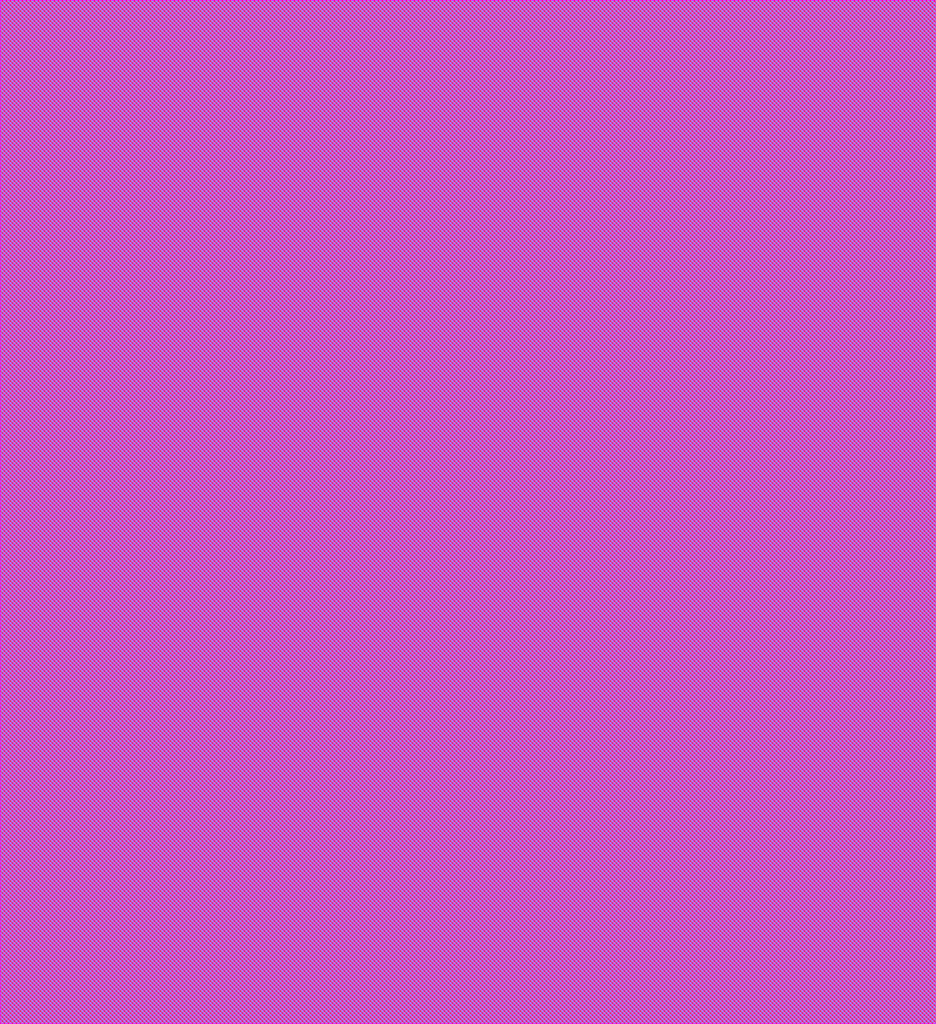
<source format=lef>
###############################################################
#  Generated by:      Cadence Innovus 23.31-s109_1
#  OS:                Linux x86_64(Host ID ei-vm-018.othr.de)
#  Generated on:      Sat Jun 21 02:18:26 2025
#  Design:            fpga_top
#  Command:           saveDesign fpga_top.enc -tcon
###############################################################

VERSION 5.8 ;

BUSBITCHARS "[]" ;
DIVIDERCHAR "/" ;

MACRO cbx_1__1_
  CLASS BLOCK ;
  FOREIGN cbx_1__1_ 0.000000 0.000000 ;
  ORIGIN 0.000000 0.000000 ;
  SIZE 103.680000 BY 113.400000 ;
  SYMMETRY X Y R90 ;
  PIN pReset[0]
    DIRECTION INPUT ;
    USE SIGNAL ;
  END pReset[0]
  PIN prog_clk[0]
    DIRECTION INPUT ;
    USE SIGNAL ;
  END prog_clk[0]
  PIN chanx_left_in[0]
    DIRECTION INPUT ;
    USE SIGNAL ;
  END chanx_left_in[0]
  PIN chanx_left_in[1]
    DIRECTION INPUT ;
    USE SIGNAL ;
  END chanx_left_in[1]
  PIN chanx_left_in[2]
    DIRECTION INPUT ;
    USE SIGNAL ;
  END chanx_left_in[2]
  PIN chanx_left_in[3]
    DIRECTION INPUT ;
    USE SIGNAL ;
  END chanx_left_in[3]
  PIN chanx_left_in[4]
    DIRECTION INPUT ;
    USE SIGNAL ;
  END chanx_left_in[4]
  PIN chanx_left_in[5]
    DIRECTION INPUT ;
    USE SIGNAL ;
  END chanx_left_in[5]
  PIN chanx_left_in[6]
    DIRECTION INPUT ;
    USE SIGNAL ;
  END chanx_left_in[6]
  PIN chanx_left_in[7]
    DIRECTION INPUT ;
    USE SIGNAL ;
  END chanx_left_in[7]
  PIN chanx_left_in[8]
    DIRECTION INPUT ;
    USE SIGNAL ;
  END chanx_left_in[8]
  PIN chanx_left_in[9]
    DIRECTION INPUT ;
    USE SIGNAL ;
  END chanx_left_in[9]
  PIN chanx_right_in[0]
    DIRECTION INPUT ;
    USE SIGNAL ;
  END chanx_right_in[0]
  PIN chanx_right_in[1]
    DIRECTION INPUT ;
    USE SIGNAL ;
  END chanx_right_in[1]
  PIN chanx_right_in[2]
    DIRECTION INPUT ;
    USE SIGNAL ;
  END chanx_right_in[2]
  PIN chanx_right_in[3]
    DIRECTION INPUT ;
    USE SIGNAL ;
  END chanx_right_in[3]
  PIN chanx_right_in[4]
    DIRECTION INPUT ;
    USE SIGNAL ;
  END chanx_right_in[4]
  PIN chanx_right_in[5]
    DIRECTION INPUT ;
    USE SIGNAL ;
  END chanx_right_in[5]
  PIN chanx_right_in[6]
    DIRECTION INPUT ;
    USE SIGNAL ;
  END chanx_right_in[6]
  PIN chanx_right_in[7]
    DIRECTION INPUT ;
    USE SIGNAL ;
  END chanx_right_in[7]
  PIN chanx_right_in[8]
    DIRECTION INPUT ;
    USE SIGNAL ;
  END chanx_right_in[8]
  PIN chanx_right_in[9]
    DIRECTION INPUT ;
    USE SIGNAL ;
  END chanx_right_in[9]
  PIN ccff_head[0]
    DIRECTION INPUT ;
    USE SIGNAL ;
  END ccff_head[0]
  PIN chanx_left_out[0]
    DIRECTION OUTPUT ;
    USE SIGNAL ;
  END chanx_left_out[0]
  PIN chanx_left_out[1]
    DIRECTION OUTPUT ;
    USE SIGNAL ;
  END chanx_left_out[1]
  PIN chanx_left_out[2]
    DIRECTION OUTPUT ;
    USE SIGNAL ;
  END chanx_left_out[2]
  PIN chanx_left_out[3]
    DIRECTION OUTPUT ;
    USE SIGNAL ;
  END chanx_left_out[3]
  PIN chanx_left_out[4]
    DIRECTION OUTPUT ;
    USE SIGNAL ;
  END chanx_left_out[4]
  PIN chanx_left_out[5]
    DIRECTION OUTPUT ;
    USE SIGNAL ;
  END chanx_left_out[5]
  PIN chanx_left_out[6]
    DIRECTION OUTPUT ;
    USE SIGNAL ;
  END chanx_left_out[6]
  PIN chanx_left_out[7]
    DIRECTION OUTPUT ;
    USE SIGNAL ;
  END chanx_left_out[7]
  PIN chanx_left_out[8]
    DIRECTION OUTPUT ;
    USE SIGNAL ;
  END chanx_left_out[8]
  PIN chanx_left_out[9]
    DIRECTION OUTPUT ;
    USE SIGNAL ;
  END chanx_left_out[9]
  PIN chanx_right_out[0]
    DIRECTION OUTPUT ;
    USE SIGNAL ;
  END chanx_right_out[0]
  PIN chanx_right_out[1]
    DIRECTION OUTPUT ;
    USE SIGNAL ;
  END chanx_right_out[1]
  PIN chanx_right_out[2]
    DIRECTION OUTPUT ;
    USE SIGNAL ;
  END chanx_right_out[2]
  PIN chanx_right_out[3]
    DIRECTION OUTPUT ;
    USE SIGNAL ;
  END chanx_right_out[3]
  PIN chanx_right_out[4]
    DIRECTION OUTPUT ;
    USE SIGNAL ;
  END chanx_right_out[4]
  PIN chanx_right_out[5]
    DIRECTION OUTPUT ;
    USE SIGNAL ;
  END chanx_right_out[5]
  PIN chanx_right_out[6]
    DIRECTION OUTPUT ;
    USE SIGNAL ;
  END chanx_right_out[6]
  PIN chanx_right_out[7]
    DIRECTION OUTPUT ;
    USE SIGNAL ;
  END chanx_right_out[7]
  PIN chanx_right_out[8]
    DIRECTION OUTPUT ;
    USE SIGNAL ;
  END chanx_right_out[8]
  PIN chanx_right_out[9]
    DIRECTION OUTPUT ;
    USE SIGNAL ;
  END chanx_right_out[9]
  PIN top_grid_bottom_width_0_height_0_subtile_0__pin_I_2_[0]
    DIRECTION OUTPUT ;
    USE SIGNAL ;
  END top_grid_bottom_width_0_height_0_subtile_0__pin_I_2_[0]
  PIN top_grid_bottom_width_0_height_0_subtile_0__pin_I_6_[0]
    DIRECTION OUTPUT ;
    USE SIGNAL ;
  END top_grid_bottom_width_0_height_0_subtile_0__pin_I_6_[0]
  PIN top_grid_bottom_width_0_height_0_subtile_0__pin_I_10_[0]
    DIRECTION OUTPUT ;
    USE SIGNAL ;
  END top_grid_bottom_width_0_height_0_subtile_0__pin_I_10_[0]
  PIN top_grid_bottom_width_0_height_0_subtile_0__pin_I_14_[0]
    DIRECTION OUTPUT ;
    USE SIGNAL ;
  END top_grid_bottom_width_0_height_0_subtile_0__pin_I_14_[0]
  PIN top_grid_bottom_width_0_height_0_subtile_0__pin_I_18_[0]
    DIRECTION OUTPUT ;
    USE SIGNAL ;
  END top_grid_bottom_width_0_height_0_subtile_0__pin_I_18_[0]
  PIN top_grid_bottom_width_0_height_0_subtile_0__pin_I_22_[0]
    DIRECTION OUTPUT ;
    USE SIGNAL ;
  END top_grid_bottom_width_0_height_0_subtile_0__pin_I_22_[0]
  PIN top_grid_bottom_width_0_height_0_subtile_0__pin_I_26_[0]
    DIRECTION OUTPUT ;
    USE SIGNAL ;
  END top_grid_bottom_width_0_height_0_subtile_0__pin_I_26_[0]
  PIN top_grid_bottom_width_0_height_0_subtile_0__pin_I_30_[0]
    DIRECTION OUTPUT ;
    USE SIGNAL ;
  END top_grid_bottom_width_0_height_0_subtile_0__pin_I_30_[0]
  PIN top_grid_bottom_width_0_height_0_subtile_0__pin_I_34_[0]
    DIRECTION OUTPUT ;
    USE SIGNAL ;
  END top_grid_bottom_width_0_height_0_subtile_0__pin_I_34_[0]
  PIN top_grid_bottom_width_0_height_0_subtile_0__pin_I_38_[0]
    DIRECTION OUTPUT ;
    USE SIGNAL ;
  END top_grid_bottom_width_0_height_0_subtile_0__pin_I_38_[0]
  PIN bottom_grid_top_width_0_height_0_subtile_0__pin_I_0_[0]
    DIRECTION OUTPUT ;
    USE SIGNAL ;
  END bottom_grid_top_width_0_height_0_subtile_0__pin_I_0_[0]
  PIN bottom_grid_top_width_0_height_0_subtile_0__pin_I_4_[0]
    DIRECTION OUTPUT ;
    USE SIGNAL ;
  END bottom_grid_top_width_0_height_0_subtile_0__pin_I_4_[0]
  PIN bottom_grid_top_width_0_height_0_subtile_0__pin_I_8_[0]
    DIRECTION OUTPUT ;
    USE SIGNAL ;
  END bottom_grid_top_width_0_height_0_subtile_0__pin_I_8_[0]
  PIN bottom_grid_top_width_0_height_0_subtile_0__pin_I_12_[0]
    DIRECTION OUTPUT ;
    USE SIGNAL ;
  END bottom_grid_top_width_0_height_0_subtile_0__pin_I_12_[0]
  PIN bottom_grid_top_width_0_height_0_subtile_0__pin_I_16_[0]
    DIRECTION OUTPUT ;
    USE SIGNAL ;
  END bottom_grid_top_width_0_height_0_subtile_0__pin_I_16_[0]
  PIN bottom_grid_top_width_0_height_0_subtile_0__pin_I_20_[0]
    DIRECTION OUTPUT ;
    USE SIGNAL ;
  END bottom_grid_top_width_0_height_0_subtile_0__pin_I_20_[0]
  PIN bottom_grid_top_width_0_height_0_subtile_0__pin_I_24_[0]
    DIRECTION OUTPUT ;
    USE SIGNAL ;
  END bottom_grid_top_width_0_height_0_subtile_0__pin_I_24_[0]
  PIN bottom_grid_top_width_0_height_0_subtile_0__pin_I_28_[0]
    DIRECTION OUTPUT ;
    USE SIGNAL ;
  END bottom_grid_top_width_0_height_0_subtile_0__pin_I_28_[0]
  PIN bottom_grid_top_width_0_height_0_subtile_0__pin_I_32_[0]
    DIRECTION OUTPUT ;
    USE SIGNAL ;
  END bottom_grid_top_width_0_height_0_subtile_0__pin_I_32_[0]
  PIN bottom_grid_top_width_0_height_0_subtile_0__pin_I_36_[0]
    DIRECTION OUTPUT ;
    USE SIGNAL ;
  END bottom_grid_top_width_0_height_0_subtile_0__pin_I_36_[0]
  PIN ccff_tail[0]
    DIRECTION OUTPUT ;
    USE SIGNAL ;
  END ccff_tail[0]
  OBS
    LAYER TopMetal2 ;
      RECT 0.000000 0.000000 103.680000 113.400000 ;
    LAYER TopMetal1 ;
      RECT 0.000000 0.000000 103.680000 113.400000 ;
    LAYER Metal5 ;
      RECT 0.000000 0.000000 103.680000 113.400000 ;
    LAYER Metal4 ;
      RECT 0.000000 0.000000 103.680000 113.400000 ;
    LAYER Metal3 ;
      RECT 0.000000 0.000000 103.680000 113.400000 ;
    LAYER Metal2 ;
      RECT 0.000000 0.000000 103.680000 113.400000 ;
    LAYER Metal1 ;
      RECT 0.000000 0.000000 103.680000 113.400000 ;
  END
END cbx_1__1_

END LIBRARY

</source>
